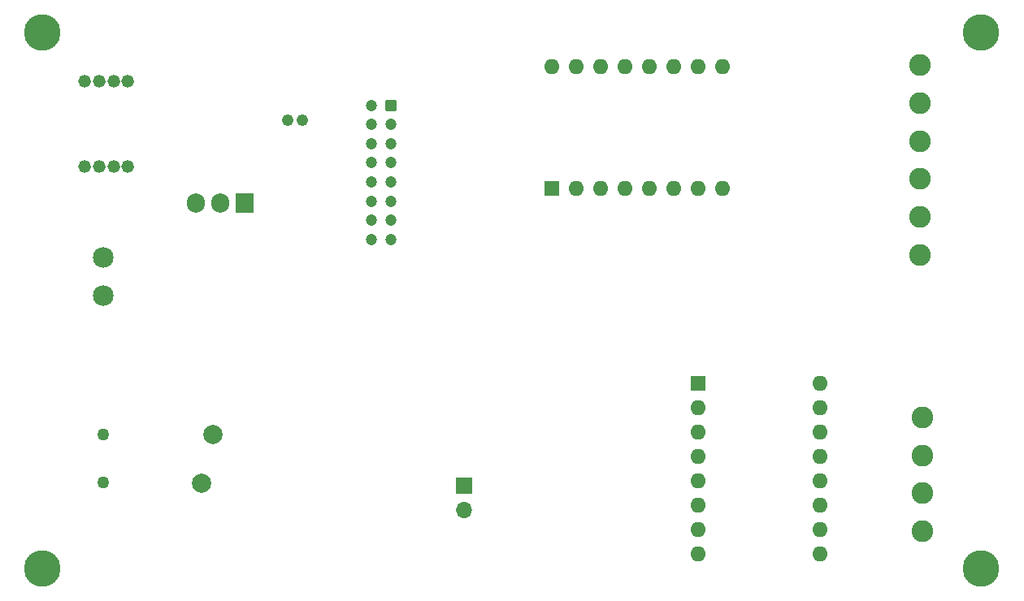
<source format=gbr>
%TF.GenerationSoftware,KiCad,Pcbnew,7.0.10*%
%TF.CreationDate,2024-02-19T13:17:08+01:00*%
%TF.ProjectId,arenaPCBv1,6172656e-6150-4434-9276-312e6b696361,rev?*%
%TF.SameCoordinates,Original*%
%TF.FileFunction,Soldermask,Bot*%
%TF.FilePolarity,Negative*%
%FSLAX46Y46*%
G04 Gerber Fmt 4.6, Leading zero omitted, Abs format (unit mm)*
G04 Created by KiCad (PCBNEW 7.0.10) date 2024-02-19 13:17:08*
%MOMM*%
%LPD*%
G01*
G04 APERTURE LIST*
G04 Aperture macros list*
%AMRoundRect*
0 Rectangle with rounded corners*
0 $1 Rounding radius*
0 $2 $3 $4 $5 $6 $7 $8 $9 X,Y pos of 4 corners*
0 Add a 4 corners polygon primitive as box body*
4,1,4,$2,$3,$4,$5,$6,$7,$8,$9,$2,$3,0*
0 Add four circle primitives for the rounded corners*
1,1,$1+$1,$2,$3*
1,1,$1+$1,$4,$5*
1,1,$1+$1,$6,$7*
1,1,$1+$1,$8,$9*
0 Add four rect primitives between the rounded corners*
20,1,$1+$1,$2,$3,$4,$5,0*
20,1,$1+$1,$4,$5,$6,$7,0*
20,1,$1+$1,$6,$7,$8,$9,0*
20,1,$1+$1,$8,$9,$2,$3,0*%
G04 Aperture macros list end*
%ADD10C,3.800000*%
%ADD11C,1.320800*%
%ADD12C,2.260600*%
%ADD13R,1.600000X1.600000*%
%ADD14O,1.600000X1.600000*%
%ADD15R,1.700000X1.700000*%
%ADD16O,1.700000X1.700000*%
%ADD17C,2.010000*%
%ADD18C,2.159000*%
%ADD19C,1.244600*%
%ADD20C,1.270000*%
%ADD21RoundRect,0.250000X-0.350000X0.350000X-0.350000X-0.350000X0.350000X-0.350000X0.350000X0.350000X0*%
%ADD22C,1.200000*%
%ADD23R,1.905000X2.000000*%
%ADD24O,1.905000X2.000000*%
G04 APERTURE END LIST*
D10*
%TO.C,M.2*%
X102870000Y-53340000D03*
%TD*%
D11*
%TO.C,J4*%
X111760000Y-67310000D03*
X110260001Y-67310000D03*
X108759999Y-67310000D03*
X107259999Y-67310000D03*
%TD*%
D10*
%TO.C,M.2*%
X200660000Y-109220000D03*
%TD*%
D12*
%TO.C,J7*%
X194564000Y-93472000D03*
X194564000Y-97432000D03*
X194564000Y-101391999D03*
X194564000Y-105351999D03*
%TD*%
D13*
%TO.C,U1*%
X171196000Y-89916000D03*
D14*
X171196000Y-92456000D03*
X171196000Y-94996000D03*
X171196000Y-97536000D03*
X171196000Y-100076000D03*
X171196000Y-102616000D03*
X171196000Y-105156000D03*
X171196000Y-107696000D03*
X183896000Y-107696000D03*
X183896000Y-105156000D03*
X183896000Y-102616000D03*
X183896000Y-100076000D03*
X183896000Y-97536000D03*
X183896000Y-94996000D03*
X183896000Y-92456000D03*
X183896000Y-89916000D03*
%TD*%
D10*
%TO.C,M.2*%
X102870000Y-109220000D03*
%TD*%
D15*
%TO.C,J5*%
X146812000Y-100584000D03*
D16*
X146812000Y-103124000D03*
%TD*%
D12*
%TO.C,J8*%
X194303900Y-56736901D03*
X194303900Y-60696901D03*
X194303900Y-64656900D03*
X194303900Y-68616900D03*
X194303900Y-72576900D03*
X194303900Y-76536900D03*
%TD*%
D17*
%TO.C,F1*%
X120650000Y-95250000D03*
X119450000Y-100350000D03*
%TD*%
D18*
%TO.C,J1*%
X109220000Y-80772000D03*
X109220000Y-76809600D03*
%TD*%
D19*
%TO.C,J3*%
X128420998Y-62484000D03*
X129921000Y-62484000D03*
%TD*%
D10*
%TO.C,M.2*%
X200660000Y-53340000D03*
%TD*%
D20*
%TO.C,J6*%
X109220000Y-95250000D03*
X109220000Y-100250000D03*
%TD*%
D21*
%TO.C,J9*%
X139160000Y-60930000D03*
D22*
X137160000Y-60930000D03*
X139160000Y-62930000D03*
X137160000Y-62930000D03*
X139160000Y-64930000D03*
X137160000Y-64930000D03*
X139160000Y-66930000D03*
X137160000Y-66930000D03*
X139160000Y-68930000D03*
X137160000Y-68930000D03*
X139160000Y-70930000D03*
X137160000Y-70930000D03*
X139160000Y-72930000D03*
X137160000Y-72930000D03*
X139160000Y-74930000D03*
X137160000Y-74930000D03*
%TD*%
D11*
%TO.C,J2*%
X111760000Y-58420000D03*
X110260001Y-58420000D03*
X108759999Y-58420000D03*
X107259999Y-58420000D03*
%TD*%
D23*
%TO.C,Q1*%
X123952000Y-71120000D03*
D24*
X121412000Y-71120000D03*
X118872000Y-71120000D03*
%TD*%
D13*
%TO.C,U2*%
X155956000Y-69596000D03*
D14*
X158496000Y-69596000D03*
X161036000Y-69596000D03*
X163576000Y-69596000D03*
X166116000Y-69596000D03*
X168656000Y-69596000D03*
X171196000Y-69596000D03*
X173736000Y-69596000D03*
X173736000Y-56896000D03*
X171196000Y-56896000D03*
X168656000Y-56896000D03*
X166116000Y-56896000D03*
X163576000Y-56896000D03*
X161036000Y-56896000D03*
X158496000Y-56896000D03*
X155956000Y-56896000D03*
%TD*%
M02*

</source>
